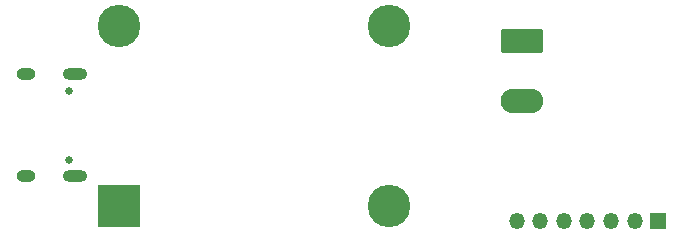
<source format=gbs>
%TF.GenerationSoftware,KiCad,Pcbnew,6.0.0*%
%TF.CreationDate,2021-12-30T08:36:24-05:00*%
%TF.ProjectId,usb_pd_sink_fixed,7573625f-7064-45f7-9369-6e6b5f666978,rev?*%
%TF.SameCoordinates,Original*%
%TF.FileFunction,Soldermask,Bot*%
%TF.FilePolarity,Negative*%
%FSLAX46Y46*%
G04 Gerber Fmt 4.6, Leading zero omitted, Abs format (unit mm)*
G04 Created by KiCad (PCBNEW 6.0.0) date 2021-12-30 08:36:24*
%MOMM*%
%LPD*%
G01*
G04 APERTURE LIST*
G04 Aperture macros list*
%AMRoundRect*
0 Rectangle with rounded corners*
0 $1 Rounding radius*
0 $2 $3 $4 $5 $6 $7 $8 $9 X,Y pos of 4 corners*
0 Add a 4 corners polygon primitive as box body*
4,1,4,$2,$3,$4,$5,$6,$7,$8,$9,$2,$3,0*
0 Add four circle primitives for the rounded corners*
1,1,$1+$1,$2,$3*
1,1,$1+$1,$4,$5*
1,1,$1+$1,$6,$7*
1,1,$1+$1,$8,$9*
0 Add four rect primitives between the rounded corners*
20,1,$1+$1,$2,$3,$4,$5,0*
20,1,$1+$1,$4,$5,$6,$7,0*
20,1,$1+$1,$6,$7,$8,$9,0*
20,1,$1+$1,$8,$9,$2,$3,0*%
G04 Aperture macros list end*
%ADD10C,0.650000*%
%ADD11O,1.600000X1.000000*%
%ADD12O,2.100000X1.000000*%
%ADD13RoundRect,0.249999X-1.550001X0.790001X-1.550001X-0.790001X1.550001X-0.790001X1.550001X0.790001X0*%
%ADD14O,3.600000X2.080000*%
%ADD15R,3.600000X3.600000*%
%ADD16C,3.600000*%
%ADD17R,1.350000X1.350000*%
%ADD18O,1.350000X1.350000*%
G04 APERTURE END LIST*
D10*
%TO.C,J1*%
X55945000Y-75850000D03*
X55945000Y-81630000D03*
D11*
X52265000Y-74420000D03*
D12*
X56445000Y-74420000D03*
D11*
X52265000Y-83060000D03*
D12*
X56445000Y-83060000D03*
%TD*%
D13*
%TO.C,J2*%
X94266500Y-71628000D03*
D14*
X94266500Y-76708000D03*
%TD*%
D15*
%TO.C,T1*%
X60198000Y-85593000D03*
D16*
X60198000Y-70353000D03*
X83058000Y-70353000D03*
X83058000Y-85593000D03*
%TD*%
D17*
%TO.C,J3*%
X105822000Y-86868000D03*
D18*
X103822000Y-86868000D03*
X101822000Y-86868000D03*
X99822000Y-86868000D03*
X97822000Y-86868000D03*
X95822000Y-86868000D03*
X93822000Y-86868000D03*
%TD*%
M02*

</source>
